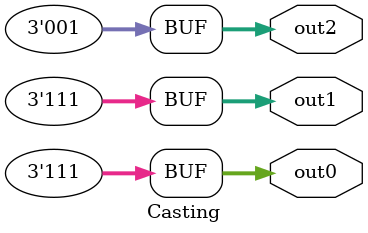
<source format=v>
module Casting (
  output signed [2:0] out0,
  output        [2:0] out1,
  output        [2:0] out2
);
  assign out0 = -3'sh1;
  assign out1 = 3'h7;
  assign out2 = 3'h1;
endmodule

</source>
